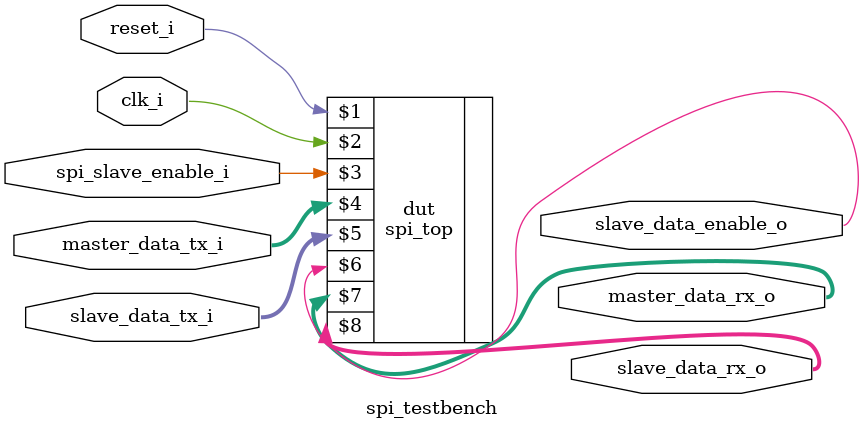
<source format=v>
module spi_testbench
               #(parameter WIDTH=8,
                 parameter ct=$clog2(WIDTH))
                (input              reset_i,
                 input              clk_i,
                 input              spi_slave_enable_i,
                 input  [WIDTH-1:0] master_data_tx_i,
                 input  [WIDTH-1:0] slave_data_tx_i,
                 output             slave_data_enable_o,
                 output [WIDTH-1:0] master_data_rx_o,
                 output [WIDTH-1:0] slave_data_rx_o);
                 
                 
     spi_top dut(              reset_i,
                               clk_i,
                               spi_slave_enable_i,
                               master_data_tx_i,
                               slave_data_tx_i,
                               slave_data_enable_o,
                               master_data_rx_o,
                               slave_data_rx_o);
                 
                 
    initial begin
        $dumpfile("dump.vcd");
        $dumpvars(1, spi_testbench);
    end
                 
                 
                 
endmodule


</source>
